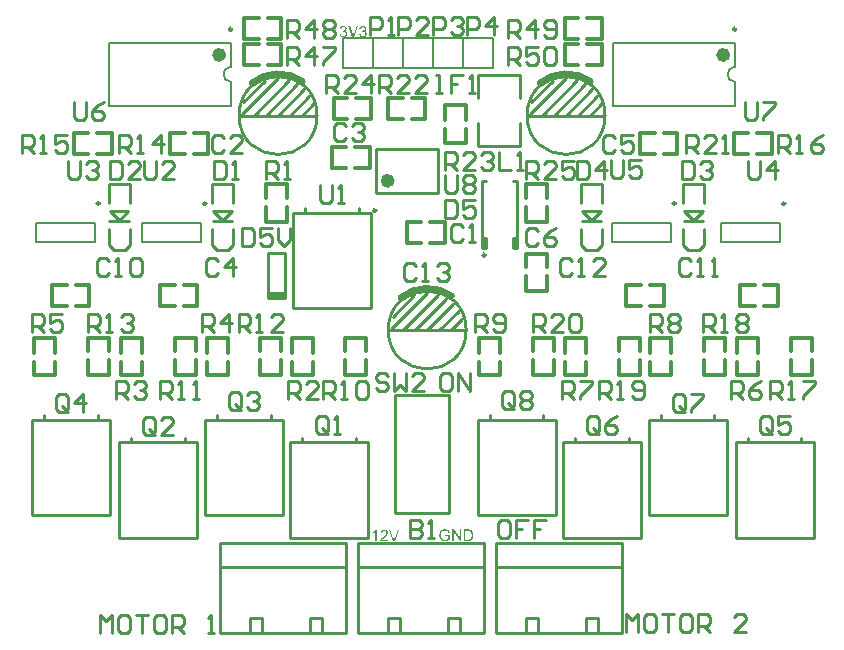
<source format=gto>
G04*
G04 #@! TF.GenerationSoftware,Altium Limited,Altium Designer,18.1.4 (159)*
G04*
G04 Layer_Color=65535*
%FSLAX24Y24*%
%MOIN*%
G70*
G01*
G75*
%ADD10C,0.0100*%
%ADD11C,0.0198*%
%ADD12C,0.0236*%
%ADD13C,0.0098*%
%ADD14C,0.0079*%
%ADD15C,0.0120*%
%ADD16C,0.0098*%
G36*
X-1962Y20342D02*
X-1955Y20341D01*
X-1946Y20339D01*
X-1936Y20336D01*
X-1926Y20333D01*
X-1916Y20329D01*
X-1915D01*
X-1915Y20328D01*
X-1911Y20326D01*
X-1906Y20323D01*
X-1901Y20319D01*
X-1894Y20314D01*
X-1888Y20307D01*
X-1881Y20300D01*
X-1875Y20292D01*
X-1875Y20291D01*
X-1873Y20288D01*
X-1871Y20283D01*
X-1868Y20277D01*
X-1865Y20270D01*
X-1863Y20261D01*
X-1861Y20252D01*
X-1861Y20242D01*
Y20241D01*
Y20238D01*
X-1861Y20234D01*
X-1863Y20227D01*
X-1864Y20220D01*
X-1867Y20213D01*
X-1870Y20205D01*
X-1875Y20197D01*
X-1875Y20196D01*
X-1877Y20194D01*
X-1880Y20190D01*
X-1885Y20185D01*
X-1890Y20180D01*
X-1897Y20175D01*
X-1905Y20170D01*
X-1914Y20165D01*
X-1914D01*
X-1912Y20164D01*
X-1911Y20164D01*
X-1909Y20163D01*
X-1902Y20161D01*
X-1895Y20158D01*
X-1886Y20153D01*
X-1877Y20148D01*
X-1869Y20140D01*
X-1861Y20132D01*
X-1860Y20131D01*
X-1858Y20128D01*
X-1855Y20122D01*
X-1851Y20115D01*
X-1848Y20106D01*
X-1845Y20095D01*
X-1843Y20083D01*
X-1842Y20070D01*
Y20069D01*
Y20068D01*
Y20065D01*
X-1843Y20062D01*
X-1843Y20057D01*
X-1844Y20052D01*
X-1845Y20047D01*
X-1846Y20040D01*
X-1851Y20027D01*
X-1854Y20020D01*
X-1858Y20013D01*
X-1862Y20006D01*
X-1867Y19999D01*
X-1873Y19992D01*
X-1879Y19985D01*
X-1880Y19984D01*
X-1881Y19983D01*
X-1883Y19982D01*
X-1886Y19979D01*
X-1889Y19977D01*
X-1894Y19974D01*
X-1899Y19971D01*
X-1905Y19968D01*
X-1911Y19964D01*
X-1918Y19961D01*
X-1925Y19958D01*
X-1934Y19956D01*
X-1942Y19953D01*
X-1952Y19952D01*
X-1961Y19951D01*
X-1972Y19950D01*
X-1977D01*
X-1980Y19951D01*
X-1985Y19951D01*
X-1990Y19952D01*
X-1995Y19953D01*
X-2001Y19954D01*
X-2015Y19957D01*
X-2028Y19963D01*
X-2036Y19966D01*
X-2042Y19970D01*
X-2049Y19975D01*
X-2056Y19980D01*
X-2056Y19981D01*
X-2057Y19982D01*
X-2059Y19983D01*
X-2061Y19986D01*
X-2063Y19988D01*
X-2066Y19992D01*
X-2070Y19996D01*
X-2073Y20001D01*
X-2076Y20007D01*
X-2080Y20012D01*
X-2086Y20025D01*
X-2091Y20041D01*
X-2092Y20049D01*
X-2093Y20058D01*
X-2046Y20064D01*
Y20064D01*
X-2046Y20063D01*
X-2045Y20060D01*
X-2045Y20058D01*
X-2044Y20054D01*
X-2043Y20050D01*
X-2040Y20042D01*
X-2036Y20032D01*
X-2031Y20023D01*
X-2026Y20014D01*
X-2019Y20006D01*
X-2018Y20005D01*
X-2016Y20003D01*
X-2011Y20000D01*
X-2006Y19998D01*
X-1999Y19994D01*
X-1991Y19992D01*
X-1981Y19989D01*
X-1971Y19989D01*
X-1968D01*
X-1966Y19989D01*
X-1960Y19990D01*
X-1952Y19992D01*
X-1943Y19994D01*
X-1934Y19998D01*
X-1924Y20004D01*
X-1915Y20012D01*
X-1914Y20013D01*
X-1911Y20016D01*
X-1908Y20021D01*
X-1904Y20028D01*
X-1899Y20036D01*
X-1896Y20045D01*
X-1893Y20057D01*
X-1892Y20069D01*
Y20069D01*
Y20070D01*
Y20072D01*
X-1893Y20074D01*
X-1893Y20080D01*
X-1895Y20088D01*
X-1897Y20097D01*
X-1901Y20105D01*
X-1906Y20114D01*
X-1914Y20123D01*
X-1915Y20124D01*
X-1917Y20126D01*
X-1922Y20129D01*
X-1928Y20133D01*
X-1936Y20137D01*
X-1945Y20140D01*
X-1956Y20143D01*
X-1967Y20144D01*
X-1972D01*
X-1976Y20143D01*
X-1981Y20143D01*
X-1987Y20141D01*
X-1994Y20140D01*
X-2001Y20139D01*
X-1995Y20180D01*
X-1992D01*
X-1990Y20180D01*
X-1983D01*
X-1977Y20181D01*
X-1970Y20182D01*
X-1961Y20184D01*
X-1952Y20186D01*
X-1943Y20190D01*
X-1934Y20195D01*
X-1933D01*
X-1932Y20196D01*
X-1930Y20198D01*
X-1926Y20202D01*
X-1921Y20207D01*
X-1917Y20214D01*
X-1913Y20222D01*
X-1910Y20232D01*
X-1909Y20237D01*
Y20244D01*
Y20244D01*
Y20245D01*
Y20248D01*
X-1910Y20252D01*
X-1911Y20259D01*
X-1914Y20265D01*
X-1916Y20272D01*
X-1921Y20280D01*
X-1927Y20286D01*
X-1927Y20287D01*
X-1930Y20289D01*
X-1934Y20292D01*
X-1939Y20295D01*
X-1946Y20298D01*
X-1954Y20301D01*
X-1962Y20303D01*
X-1972Y20304D01*
X-1977D01*
X-1982Y20302D01*
X-1989Y20301D01*
X-1996Y20299D01*
X-2003Y20296D01*
X-2011Y20292D01*
X-2018Y20286D01*
X-2018Y20286D01*
X-2021Y20283D01*
X-2024Y20279D01*
X-2028Y20274D01*
X-2032Y20266D01*
X-2036Y20257D01*
X-2039Y20247D01*
X-2041Y20235D01*
X-2088Y20243D01*
Y20244D01*
X-2088Y20245D01*
X-2087Y20247D01*
X-2087Y20251D01*
X-2086Y20255D01*
X-2084Y20259D01*
X-2081Y20270D01*
X-2075Y20282D01*
X-2068Y20294D01*
X-2060Y20306D01*
X-2050Y20316D01*
X-2049Y20317D01*
X-2048Y20317D01*
X-2046Y20319D01*
X-2044Y20320D01*
X-2041Y20322D01*
X-2037Y20325D01*
X-2033Y20327D01*
X-2028Y20330D01*
X-2017Y20334D01*
X-2005Y20338D01*
X-1990Y20341D01*
X-1982Y20342D01*
X-1968D01*
X-1962Y20342D01*
D02*
G37*
G36*
X-2618D02*
X-2611Y20341D01*
X-2602Y20339D01*
X-2592Y20336D01*
X-2582Y20333D01*
X-2572Y20329D01*
X-2572D01*
X-2571Y20328D01*
X-2568Y20326D01*
X-2563Y20323D01*
X-2557Y20319D01*
X-2551Y20314D01*
X-2544Y20307D01*
X-2537Y20300D01*
X-2532Y20292D01*
X-2531Y20291D01*
X-2530Y20288D01*
X-2527Y20283D01*
X-2525Y20277D01*
X-2522Y20270D01*
X-2520Y20261D01*
X-2518Y20252D01*
X-2517Y20242D01*
Y20241D01*
Y20238D01*
X-2518Y20234D01*
X-2519Y20227D01*
X-2521Y20220D01*
X-2524Y20213D01*
X-2527Y20205D01*
X-2531Y20197D01*
X-2532Y20196D01*
X-2534Y20194D01*
X-2537Y20190D01*
X-2541Y20185D01*
X-2547Y20180D01*
X-2554Y20175D01*
X-2561Y20170D01*
X-2571Y20165D01*
X-2570D01*
X-2569Y20164D01*
X-2567Y20164D01*
X-2565Y20163D01*
X-2559Y20161D01*
X-2551Y20158D01*
X-2542Y20153D01*
X-2534Y20148D01*
X-2525Y20140D01*
X-2517Y20132D01*
X-2517Y20131D01*
X-2515Y20128D01*
X-2511Y20122D01*
X-2508Y20115D01*
X-2505Y20106D01*
X-2501Y20095D01*
X-2499Y20083D01*
X-2499Y20070D01*
Y20069D01*
Y20068D01*
Y20065D01*
X-2499Y20062D01*
X-2500Y20057D01*
X-2501Y20052D01*
X-2502Y20047D01*
X-2503Y20040D01*
X-2507Y20027D01*
X-2511Y20020D01*
X-2514Y20013D01*
X-2519Y20006D01*
X-2524Y19999D01*
X-2529Y19992D01*
X-2536Y19985D01*
X-2536Y19984D01*
X-2537Y19983D01*
X-2540Y19982D01*
X-2542Y19979D01*
X-2546Y19977D01*
X-2550Y19974D01*
X-2555Y19971D01*
X-2561Y19968D01*
X-2567Y19964D01*
X-2575Y19961D01*
X-2582Y19958D01*
X-2590Y19956D01*
X-2599Y19953D01*
X-2608Y19952D01*
X-2618Y19951D01*
X-2628Y19950D01*
X-2633D01*
X-2637Y19951D01*
X-2641Y19951D01*
X-2646Y19952D01*
X-2652Y19953D01*
X-2658Y19954D01*
X-2671Y19957D01*
X-2685Y19963D01*
X-2692Y19966D01*
X-2699Y19970D01*
X-2706Y19975D01*
X-2712Y19980D01*
X-2713Y19981D01*
X-2714Y19982D01*
X-2716Y19983D01*
X-2717Y19986D01*
X-2720Y19988D01*
X-2723Y19992D01*
X-2726Y19996D01*
X-2729Y20001D01*
X-2733Y20007D01*
X-2736Y20012D01*
X-2742Y20025D01*
X-2747Y20041D01*
X-2749Y20049D01*
X-2750Y20058D01*
X-2703Y20064D01*
Y20064D01*
X-2702Y20063D01*
X-2702Y20060D01*
X-2701Y20058D01*
X-2701Y20054D01*
X-2699Y20050D01*
X-2697Y20042D01*
X-2693Y20032D01*
X-2688Y20023D01*
X-2682Y20014D01*
X-2676Y20006D01*
X-2675Y20005D01*
X-2672Y20003D01*
X-2668Y20000D01*
X-2662Y19998D01*
X-2656Y19994D01*
X-2647Y19992D01*
X-2638Y19989D01*
X-2628Y19989D01*
X-2625D01*
X-2622Y19989D01*
X-2616Y19990D01*
X-2608Y19992D01*
X-2600Y19994D01*
X-2590Y19998D01*
X-2581Y20004D01*
X-2572Y20012D01*
X-2571Y20013D01*
X-2568Y20016D01*
X-2565Y20021D01*
X-2560Y20028D01*
X-2556Y20036D01*
X-2552Y20045D01*
X-2550Y20057D01*
X-2549Y20069D01*
Y20069D01*
Y20070D01*
Y20072D01*
X-2549Y20074D01*
X-2550Y20080D01*
X-2551Y20088D01*
X-2554Y20097D01*
X-2557Y20105D01*
X-2563Y20114D01*
X-2570Y20123D01*
X-2571Y20124D01*
X-2574Y20126D01*
X-2578Y20129D01*
X-2585Y20133D01*
X-2592Y20137D01*
X-2602Y20140D01*
X-2612Y20143D01*
X-2624Y20144D01*
X-2629D01*
X-2633Y20143D01*
X-2638Y20143D01*
X-2643Y20141D01*
X-2650Y20140D01*
X-2657Y20139D01*
X-2652Y20180D01*
X-2649D01*
X-2647Y20180D01*
X-2640D01*
X-2633Y20181D01*
X-2626Y20182D01*
X-2618Y20184D01*
X-2608Y20186D01*
X-2600Y20190D01*
X-2590Y20195D01*
X-2590D01*
X-2589Y20196D01*
X-2586Y20198D01*
X-2582Y20202D01*
X-2578Y20207D01*
X-2573Y20214D01*
X-2570Y20222D01*
X-2567Y20232D01*
X-2566Y20237D01*
Y20244D01*
Y20244D01*
Y20245D01*
Y20248D01*
X-2567Y20252D01*
X-2568Y20259D01*
X-2570Y20265D01*
X-2573Y20272D01*
X-2577Y20280D01*
X-2583Y20286D01*
X-2584Y20287D01*
X-2587Y20289D01*
X-2591Y20292D01*
X-2596Y20295D01*
X-2602Y20298D01*
X-2610Y20301D01*
X-2619Y20303D01*
X-2629Y20304D01*
X-2633D01*
X-2638Y20302D01*
X-2645Y20301D01*
X-2652Y20299D01*
X-2660Y20296D01*
X-2667Y20292D01*
X-2675Y20286D01*
X-2675Y20286D01*
X-2677Y20283D01*
X-2681Y20279D01*
X-2684Y20274D01*
X-2688Y20266D01*
X-2692Y20257D01*
X-2696Y20247D01*
X-2698Y20235D01*
X-2745Y20243D01*
Y20244D01*
X-2744Y20245D01*
X-2744Y20247D01*
X-2743Y20251D01*
X-2742Y20255D01*
X-2741Y20259D01*
X-2737Y20270D01*
X-2732Y20282D01*
X-2725Y20294D01*
X-2717Y20306D01*
X-2706Y20316D01*
X-2706Y20317D01*
X-2704Y20317D01*
X-2703Y20319D01*
X-2701Y20320D01*
X-2698Y20322D01*
X-2694Y20325D01*
X-2690Y20327D01*
X-2685Y20330D01*
X-2674Y20334D01*
X-2661Y20338D01*
X-2646Y20341D01*
X-2638Y20342D01*
X-2625D01*
X-2618Y20342D01*
D02*
G37*
G36*
X-2270Y19957D02*
X-2324D01*
X-2472Y20341D01*
X-2417D01*
X-2317Y20062D01*
Y20061D01*
X-2317Y20060D01*
X-2316Y20058D01*
X-2315Y20056D01*
X-2314Y20053D01*
X-2313Y20049D01*
X-2310Y20041D01*
X-2307Y20032D01*
X-2304Y20021D01*
X-2297Y19999D01*
Y19999D01*
X-2297Y20000D01*
X-2296Y20002D01*
X-2295Y20004D01*
X-2294Y20010D01*
X-2291Y20019D01*
X-2288Y20028D01*
X-2285Y20039D01*
X-2281Y20050D01*
X-2277Y20062D01*
X-2172Y20341D01*
X-2121D01*
X-2270Y19957D01*
D02*
G37*
G36*
X-907Y3163D02*
X-961D01*
X-1109Y3547D01*
X-1054D01*
X-954Y3267D01*
Y3267D01*
X-953Y3266D01*
X-953Y3264D01*
X-952Y3262D01*
X-951Y3259D01*
X-950Y3255D01*
X-947Y3247D01*
X-944Y3237D01*
X-941Y3227D01*
X-934Y3205D01*
Y3205D01*
X-933Y3206D01*
X-933Y3208D01*
X-932Y3210D01*
X-931Y3216D01*
X-928Y3225D01*
X-925Y3234D01*
X-922Y3245D01*
X-918Y3256D01*
X-913Y3267D01*
X-809Y3547D01*
X-758D01*
X-907Y3163D01*
D02*
G37*
G36*
X-1251Y3548D02*
X-1247Y3547D01*
X-1241Y3547D01*
X-1235Y3545D01*
X-1229Y3544D01*
X-1214Y3540D01*
X-1200Y3535D01*
X-1193Y3532D01*
X-1185Y3528D01*
X-1179Y3523D01*
X-1173Y3517D01*
X-1172Y3517D01*
X-1171Y3516D01*
X-1170Y3514D01*
X-1168Y3512D01*
X-1165Y3509D01*
X-1162Y3505D01*
X-1159Y3501D01*
X-1156Y3496D01*
X-1150Y3486D01*
X-1145Y3472D01*
X-1143Y3466D01*
X-1142Y3458D01*
X-1141Y3450D01*
X-1140Y3442D01*
Y3441D01*
Y3438D01*
X-1141Y3433D01*
X-1141Y3427D01*
X-1142Y3421D01*
X-1144Y3413D01*
X-1147Y3405D01*
X-1150Y3396D01*
X-1150Y3395D01*
X-1152Y3392D01*
X-1154Y3388D01*
X-1157Y3382D01*
X-1162Y3375D01*
X-1167Y3367D01*
X-1174Y3358D01*
X-1182Y3349D01*
X-1183Y3348D01*
X-1185Y3345D01*
X-1188Y3342D01*
X-1191Y3339D01*
X-1194Y3336D01*
X-1199Y3331D01*
X-1203Y3327D01*
X-1209Y3322D01*
X-1214Y3316D01*
X-1221Y3310D01*
X-1228Y3304D01*
X-1236Y3297D01*
X-1245Y3290D01*
X-1254Y3282D01*
X-1254Y3281D01*
X-1255Y3280D01*
X-1258Y3279D01*
X-1260Y3276D01*
X-1264Y3273D01*
X-1268Y3270D01*
X-1276Y3262D01*
X-1286Y3254D01*
X-1295Y3246D01*
X-1303Y3239D01*
X-1306Y3236D01*
X-1309Y3233D01*
X-1309Y3232D01*
X-1311Y3231D01*
X-1313Y3229D01*
X-1316Y3225D01*
X-1319Y3221D01*
X-1322Y3217D01*
X-1329Y3208D01*
X-1139D01*
Y3163D01*
X-1394D01*
Y3163D01*
Y3165D01*
Y3169D01*
X-1394Y3173D01*
X-1393Y3178D01*
X-1392Y3184D01*
X-1391Y3189D01*
X-1389Y3195D01*
Y3196D01*
X-1388Y3196D01*
X-1387Y3200D01*
X-1385Y3205D01*
X-1381Y3211D01*
X-1377Y3219D01*
X-1371Y3228D01*
X-1365Y3237D01*
X-1357Y3246D01*
Y3247D01*
X-1356Y3247D01*
X-1354Y3251D01*
X-1349Y3256D01*
X-1341Y3263D01*
X-1333Y3271D01*
X-1323Y3281D01*
X-1310Y3292D01*
X-1296Y3304D01*
X-1295Y3305D01*
X-1293Y3306D01*
X-1290Y3309D01*
X-1286Y3312D01*
X-1281Y3317D01*
X-1275Y3322D01*
X-1269Y3327D01*
X-1261Y3333D01*
X-1248Y3347D01*
X-1234Y3360D01*
X-1227Y3367D01*
X-1221Y3373D01*
X-1215Y3380D01*
X-1211Y3386D01*
Y3386D01*
X-1210Y3387D01*
X-1209Y3388D01*
X-1208Y3391D01*
X-1204Y3397D01*
X-1199Y3404D01*
X-1195Y3413D01*
X-1192Y3422D01*
X-1189Y3433D01*
X-1188Y3443D01*
Y3443D01*
Y3444D01*
X-1189Y3447D01*
X-1189Y3453D01*
X-1191Y3459D01*
X-1193Y3467D01*
X-1197Y3474D01*
X-1202Y3482D01*
X-1209Y3490D01*
X-1210Y3491D01*
X-1213Y3493D01*
X-1217Y3496D01*
X-1223Y3500D01*
X-1230Y3503D01*
X-1239Y3507D01*
X-1250Y3509D01*
X-1261Y3509D01*
X-1265D01*
X-1267Y3509D01*
X-1274Y3508D01*
X-1281Y3507D01*
X-1290Y3504D01*
X-1299Y3501D01*
X-1308Y3496D01*
X-1316Y3489D01*
X-1318Y3488D01*
X-1320Y3485D01*
X-1323Y3481D01*
X-1326Y3474D01*
X-1330Y3466D01*
X-1334Y3456D01*
X-1336Y3445D01*
X-1337Y3432D01*
X-1385Y3437D01*
Y3438D01*
X-1385Y3439D01*
Y3442D01*
X-1384Y3446D01*
X-1383Y3451D01*
X-1382Y3456D01*
X-1380Y3462D01*
X-1379Y3468D01*
X-1374Y3481D01*
X-1367Y3494D01*
X-1364Y3501D01*
X-1359Y3508D01*
X-1354Y3514D01*
X-1348Y3519D01*
X-1348Y3520D01*
X-1346Y3521D01*
X-1345Y3522D01*
X-1342Y3524D01*
X-1339Y3526D01*
X-1335Y3528D01*
X-1330Y3531D01*
X-1325Y3534D01*
X-1319Y3537D01*
X-1312Y3539D01*
X-1305Y3542D01*
X-1297Y3544D01*
X-1289Y3545D01*
X-1280Y3547D01*
X-1270Y3548D01*
X-1260Y3548D01*
X-1255D01*
X-1251Y3548D01*
D02*
G37*
G36*
X-1508Y3163D02*
X-1556D01*
Y3463D01*
X-1556Y3462D01*
X-1559Y3460D01*
X-1562Y3457D01*
X-1568Y3453D01*
X-1574Y3448D01*
X-1582Y3442D01*
X-1591Y3436D01*
X-1601Y3430D01*
X-1601D01*
X-1602Y3429D01*
X-1605Y3427D01*
X-1611Y3424D01*
X-1617Y3421D01*
X-1625Y3417D01*
X-1633Y3413D01*
X-1642Y3410D01*
X-1650Y3406D01*
Y3452D01*
X-1649D01*
X-1648Y3453D01*
X-1646Y3453D01*
X-1643Y3455D01*
X-1640Y3457D01*
X-1636Y3459D01*
X-1627Y3464D01*
X-1616Y3471D01*
X-1604Y3478D01*
X-1593Y3487D01*
X-1581Y3497D01*
X-1581Y3497D01*
X-1580Y3498D01*
X-1578Y3499D01*
X-1576Y3501D01*
X-1571Y3507D01*
X-1565Y3513D01*
X-1558Y3521D01*
X-1551Y3530D01*
X-1545Y3539D01*
X-1539Y3548D01*
X-1508D01*
Y3163D01*
D02*
G37*
G36*
X773Y3559D02*
X778D01*
X788Y3558D01*
X800Y3557D01*
X812Y3554D01*
X826Y3550D01*
X838Y3546D01*
X839D01*
X840Y3545D01*
X842Y3545D01*
X844Y3544D01*
X850Y3540D01*
X858Y3537D01*
X866Y3531D01*
X875Y3524D01*
X883Y3517D01*
X891Y3508D01*
X892Y3507D01*
X894Y3504D01*
X898Y3499D01*
X902Y3492D01*
X907Y3483D01*
X912Y3472D01*
X917Y3459D01*
X921Y3446D01*
X874Y3433D01*
Y3434D01*
X874Y3434D01*
X873Y3436D01*
X873Y3438D01*
X871Y3443D01*
X869Y3450D01*
X866Y3458D01*
X862Y3465D01*
X858Y3473D01*
X853Y3479D01*
X852Y3480D01*
X851Y3482D01*
X847Y3485D01*
X843Y3489D01*
X838Y3493D01*
X832Y3498D01*
X825Y3502D01*
X816Y3506D01*
X815Y3507D01*
X812Y3508D01*
X807Y3509D01*
X801Y3512D01*
X793Y3513D01*
X784Y3515D01*
X774Y3516D01*
X763Y3517D01*
X757D01*
X755Y3516D01*
X751D01*
X743Y3516D01*
X733Y3514D01*
X723Y3512D01*
X713Y3509D01*
X703Y3506D01*
X702Y3505D01*
X699Y3504D01*
X694Y3501D01*
X689Y3498D01*
X682Y3494D01*
X675Y3489D01*
X668Y3484D01*
X662Y3478D01*
X661Y3477D01*
X659Y3475D01*
X656Y3471D01*
X653Y3467D01*
X649Y3461D01*
X645Y3454D01*
X641Y3447D01*
X637Y3439D01*
Y3439D01*
X637Y3438D01*
X636Y3436D01*
X635Y3433D01*
X634Y3430D01*
X633Y3426D01*
X631Y3422D01*
X630Y3417D01*
X627Y3405D01*
X625Y3392D01*
X624Y3378D01*
X623Y3362D01*
Y3362D01*
Y3360D01*
Y3357D01*
X624Y3354D01*
Y3350D01*
X624Y3344D01*
X625Y3338D01*
X625Y3332D01*
X627Y3318D01*
X630Y3304D01*
X635Y3290D01*
X640Y3276D01*
Y3275D01*
X641Y3274D01*
X642Y3272D01*
X644Y3270D01*
X647Y3264D01*
X654Y3256D01*
X661Y3248D01*
X670Y3240D01*
X680Y3232D01*
X692Y3225D01*
X692D01*
X694Y3224D01*
X695Y3223D01*
X698Y3222D01*
X701Y3221D01*
X705Y3220D01*
X714Y3216D01*
X725Y3214D01*
X737Y3211D01*
X750Y3209D01*
X764Y3208D01*
X770D01*
X773Y3209D01*
X776D01*
X785Y3210D01*
X795Y3211D01*
X805Y3213D01*
X817Y3216D01*
X828Y3220D01*
X829D01*
X830Y3221D01*
X831Y3221D01*
X833Y3222D01*
X839Y3225D01*
X846Y3229D01*
X854Y3232D01*
X862Y3237D01*
X870Y3242D01*
X877Y3247D01*
Y3320D01*
X763D01*
Y3365D01*
X927D01*
Y3222D01*
X926Y3222D01*
X925Y3221D01*
X923Y3220D01*
X920Y3217D01*
X917Y3215D01*
X913Y3212D01*
X908Y3209D01*
X903Y3206D01*
X891Y3199D01*
X878Y3191D01*
X864Y3184D01*
X849Y3178D01*
X848D01*
X847Y3177D01*
X845Y3176D01*
X842Y3175D01*
X838Y3174D01*
X834Y3173D01*
X829Y3171D01*
X824Y3170D01*
X812Y3168D01*
X798Y3165D01*
X783Y3163D01*
X767Y3163D01*
X762D01*
X758Y3163D01*
X753D01*
X747Y3164D01*
X740Y3165D01*
X733Y3165D01*
X717Y3169D01*
X700Y3173D01*
X682Y3179D01*
X673Y3182D01*
X664Y3186D01*
X664Y3187D01*
X662Y3188D01*
X660Y3189D01*
X656Y3191D01*
X652Y3194D01*
X649Y3196D01*
X638Y3204D01*
X627Y3214D01*
X615Y3226D01*
X604Y3240D01*
X594Y3256D01*
Y3257D01*
X593Y3259D01*
X592Y3261D01*
X590Y3265D01*
X589Y3269D01*
X587Y3274D01*
X585Y3280D01*
X583Y3286D01*
X580Y3294D01*
X578Y3302D01*
X576Y3310D01*
X575Y3319D01*
X572Y3338D01*
X571Y3359D01*
Y3360D01*
Y3362D01*
Y3365D01*
X571Y3368D01*
Y3373D01*
X572Y3380D01*
X573Y3386D01*
X574Y3393D01*
X575Y3401D01*
X576Y3409D01*
X581Y3427D01*
X586Y3445D01*
X594Y3463D01*
X595Y3464D01*
X595Y3466D01*
X596Y3468D01*
X599Y3471D01*
X601Y3476D01*
X604Y3480D01*
X611Y3491D01*
X621Y3503D01*
X632Y3514D01*
X646Y3526D01*
X654Y3531D01*
X661Y3536D01*
X662Y3537D01*
X664Y3537D01*
X666Y3538D01*
X669Y3540D01*
X674Y3542D01*
X679Y3544D01*
X684Y3546D01*
X691Y3548D01*
X698Y3550D01*
X706Y3552D01*
X714Y3554D01*
X723Y3556D01*
X742Y3559D01*
X752Y3560D01*
X770D01*
X773Y3559D01*
D02*
G37*
G36*
X1303Y3169D02*
X1251D01*
X1050Y3471D01*
Y3169D01*
X1001D01*
Y3553D01*
X1053D01*
X1255Y3251D01*
Y3553D01*
X1303D01*
Y3169D01*
D02*
G37*
G36*
X1547Y3553D02*
X1558Y3552D01*
X1569Y3551D01*
X1580Y3549D01*
X1589Y3548D01*
X1590D01*
X1591Y3547D01*
X1593D01*
X1595Y3546D01*
X1601Y3544D01*
X1609Y3542D01*
X1618Y3538D01*
X1627Y3533D01*
X1636Y3527D01*
X1645Y3520D01*
X1646Y3519D01*
X1646Y3519D01*
X1648Y3517D01*
X1650Y3516D01*
X1656Y3510D01*
X1663Y3502D01*
X1670Y3493D01*
X1678Y3482D01*
X1685Y3469D01*
X1691Y3454D01*
Y3454D01*
X1691Y3453D01*
X1693Y3451D01*
X1693Y3447D01*
X1695Y3443D01*
X1696Y3439D01*
X1697Y3434D01*
X1699Y3428D01*
X1700Y3422D01*
X1701Y3415D01*
X1704Y3399D01*
X1706Y3382D01*
X1706Y3363D01*
Y3362D01*
Y3361D01*
Y3358D01*
Y3356D01*
X1706Y3352D01*
Y3347D01*
X1705Y3337D01*
X1704Y3325D01*
X1702Y3312D01*
X1699Y3299D01*
X1696Y3285D01*
Y3285D01*
X1695Y3284D01*
X1695Y3282D01*
X1694Y3280D01*
X1692Y3274D01*
X1689Y3266D01*
X1685Y3257D01*
X1681Y3248D01*
X1675Y3239D01*
X1670Y3230D01*
X1669Y3229D01*
X1667Y3226D01*
X1664Y3222D01*
X1659Y3217D01*
X1654Y3211D01*
X1648Y3206D01*
X1642Y3200D01*
X1635Y3195D01*
X1634Y3194D01*
X1631Y3192D01*
X1628Y3190D01*
X1622Y3188D01*
X1615Y3184D01*
X1608Y3181D01*
X1599Y3178D01*
X1589Y3175D01*
X1588D01*
X1586Y3175D01*
X1584Y3174D01*
X1579Y3174D01*
X1571Y3173D01*
X1562Y3171D01*
X1552Y3170D01*
X1540Y3170D01*
X1527Y3169D01*
X1389D01*
Y3553D01*
X1537D01*
X1547Y3553D01*
D02*
G37*
%LPC*%
G36*
X1529Y3508D02*
X1440D01*
Y3215D01*
X1531D01*
X1535Y3215D01*
X1543Y3216D01*
X1553Y3216D01*
X1563Y3217D01*
X1573Y3219D01*
X1581Y3221D01*
X1582Y3222D01*
X1585Y3222D01*
X1589Y3224D01*
X1594Y3226D01*
X1599Y3230D01*
X1605Y3233D01*
X1610Y3237D01*
X1616Y3241D01*
X1617Y3242D01*
X1619Y3245D01*
X1622Y3249D01*
X1626Y3254D01*
X1630Y3261D01*
X1635Y3270D01*
X1640Y3279D01*
X1644Y3290D01*
Y3290D01*
X1644Y3291D01*
X1645Y3293D01*
X1645Y3295D01*
X1646Y3298D01*
X1647Y3302D01*
X1648Y3306D01*
X1649Y3310D01*
X1651Y3321D01*
X1653Y3334D01*
X1654Y3348D01*
X1654Y3364D01*
Y3365D01*
Y3367D01*
Y3370D01*
X1654Y3374D01*
Y3379D01*
X1653Y3385D01*
X1653Y3391D01*
X1652Y3398D01*
X1649Y3413D01*
X1646Y3428D01*
X1641Y3443D01*
X1638Y3450D01*
X1634Y3456D01*
Y3457D01*
X1633Y3458D01*
X1632Y3459D01*
X1631Y3462D01*
X1626Y3467D01*
X1621Y3474D01*
X1614Y3481D01*
X1605Y3488D01*
X1596Y3494D01*
X1586Y3499D01*
X1585Y3500D01*
X1582Y3501D01*
X1577Y3502D01*
X1570Y3504D01*
X1561Y3505D01*
X1550Y3507D01*
X1543Y3507D01*
X1536D01*
X1529Y3508D01*
D02*
G37*
%LPD*%
D10*
X1470Y10200D02*
G03*
X1470Y10200I-1299J0D01*
G01*
X2116Y12692D02*
G03*
X2116Y12692I-50J0D01*
G01*
X-1533Y14181D02*
G03*
X-1533Y14181I-50J0D01*
G01*
X-3501Y17350D02*
G03*
X-3501Y17350I-1299J0D01*
G01*
X6099D02*
G03*
X6099Y17350I-1299J0D01*
G01*
X-984Y10645D02*
X-274Y11355D01*
X-1029Y10240D02*
X171Y11440D01*
X-1029Y10200D02*
Y10240D01*
X-629Y10200D02*
X546Y11375D01*
X-229Y10200D02*
X806Y11235D01*
X171Y10200D02*
X1041Y11070D01*
X571Y10200D02*
X1216Y10845D01*
X971Y10200D02*
X1346Y10575D01*
X-1069Y10200D02*
X1411D01*
X5338Y14164D02*
X5642Y13860D01*
X5338Y14164D02*
X5955D01*
X5635Y13844D02*
X5955Y14164D01*
X6000Y14425D02*
Y15075D01*
X5300Y14425D02*
Y15075D01*
X6000D01*
X5319Y13844D02*
X5967D01*
X5300Y13050D02*
X5470Y12880D01*
X5300Y13050D02*
Y13575D01*
X6000Y13050D02*
Y13575D01*
X5830Y12880D02*
X6000Y13050D01*
X5470Y12880D02*
X5830D01*
X1987Y12948D02*
X2125D01*
X1987D02*
Y15152D01*
X2125D01*
X3030Y12948D02*
X3168D01*
Y15152D01*
X3030D02*
X3168D01*
X1987Y13026D02*
X2125D01*
X1987Y13105D02*
X2125D01*
X1987Y13184D02*
X2125D01*
X1987Y13263D02*
X2125D01*
Y12948D02*
Y13263D01*
X3030Y13026D02*
X3168D01*
X3030Y13105D02*
X3168D01*
X3030Y13184D02*
X3168D01*
X3030Y13263D02*
X3168D01*
X3030Y12948D02*
Y13263D01*
X-5127Y11264D02*
X-4576D01*
X-5127Y11343D02*
X-4576D01*
X-5127Y12760D02*
X-4576D01*
Y11264D02*
Y12760D01*
X-5127Y11264D02*
Y12760D01*
Y11421D02*
X-4576D01*
X1850Y18700D02*
X3250D01*
X1850Y16350D02*
X3250D01*
X1850Y17950D02*
Y18700D01*
X3250Y17950D02*
Y18700D01*
Y16350D02*
Y17100D01*
X1850Y16350D02*
Y17100D01*
X3850Y100D02*
Y600D01*
X3450D02*
X3850D01*
X3450Y100D02*
Y600D01*
X2450Y2300D02*
X6650D01*
X2450Y100D02*
X6650D01*
Y3100D01*
X2450D02*
X6650D01*
X2450Y100D02*
Y3100D01*
X5450Y100D02*
Y600D01*
X5850D01*
Y100D02*
Y600D01*
X543Y14783D02*
Y16217D01*
X-1543D02*
X543D01*
X-1543Y14783D02*
Y16217D01*
Y14783D02*
X543D01*
X-10398Y4027D02*
Y7216D01*
X-12997Y4027D02*
X-10398D01*
X-12997D02*
Y7216D01*
X-10398D01*
X-10800D02*
Y7374D01*
X-12595Y7216D02*
Y7374D01*
X-5955Y17795D02*
X-5245Y18505D01*
X-6000Y17390D02*
X-4800Y18590D01*
X-6000Y17350D02*
Y17390D01*
X-5600Y17350D02*
X-4425Y18525D01*
X-5200Y17350D02*
X-4165Y18385D01*
X-4800Y17350D02*
X-3930Y18220D01*
X-4400Y17350D02*
X-3755Y17995D01*
X-4000Y17350D02*
X-3625Y17725D01*
X-6040Y17350D02*
X-3560D01*
X3645Y17795D02*
X4355Y18505D01*
X3600Y17390D02*
X4800Y18590D01*
X3600Y17350D02*
Y17390D01*
X4000Y17350D02*
X5175Y18525D01*
X4400Y17350D02*
X5435Y18385D01*
X4800Y17350D02*
X5670Y18220D01*
X5200Y17350D02*
X5845Y17995D01*
X5600Y17350D02*
X5975Y17725D01*
X3560Y17350D02*
X6040D01*
X-739Y100D02*
Y600D01*
X-1139D02*
X-739D01*
X-1139Y100D02*
Y600D01*
X-2139Y2300D02*
X2061D01*
X-2139Y100D02*
X2061D01*
Y3100D01*
X-2139D02*
X2061D01*
X-2139Y100D02*
Y3100D01*
X861Y100D02*
Y600D01*
X1261D01*
Y100D02*
Y600D01*
X-5328Y100D02*
Y600D01*
X-5728D02*
X-5328D01*
X-5728Y100D02*
Y600D01*
X-6728Y2300D02*
X-2528D01*
X-6728Y100D02*
X-2528D01*
Y3100D01*
X-6728D02*
X-2528D01*
X-6728Y100D02*
Y3100D01*
X-3728Y100D02*
Y600D01*
X-3328D01*
Y100D02*
Y600D01*
X-6962Y14164D02*
X-6658Y13860D01*
X-6962Y14164D02*
X-6345D01*
X-6665Y13844D02*
X-6345Y14164D01*
X-6300Y14425D02*
Y15075D01*
X-7000Y14425D02*
Y15075D01*
X-6300D01*
X-6981Y13844D02*
X-6333D01*
X-7000Y13050D02*
X-6830Y12880D01*
X-7000Y13050D02*
Y13575D01*
X-6300Y13050D02*
Y13575D01*
X-6470Y12880D02*
X-6300Y13050D01*
X-6830Y12880D02*
X-6470D01*
X-10412Y14164D02*
X-10108Y13860D01*
X-10412Y14164D02*
X-9795D01*
X-10115Y13844D02*
X-9795Y14164D01*
X-9750Y14425D02*
Y15075D01*
X-10450Y14425D02*
Y15075D01*
X-9750D01*
X-10431Y13844D02*
X-9783D01*
X-10450Y13050D02*
X-10280Y12880D01*
X-10450Y13050D02*
Y13575D01*
X-9750Y13050D02*
Y13575D01*
X-9920Y12880D02*
X-9750Y13050D01*
X-10280Y12880D02*
X-9920D01*
X8738Y14164D02*
X9042Y13860D01*
X8738Y14164D02*
X9355D01*
X9035Y13844D02*
X9355Y14164D01*
X9400Y14425D02*
Y15075D01*
X8700Y14425D02*
Y15075D01*
X9400D01*
X8719Y13844D02*
X9367D01*
X8700Y13050D02*
X8870Y12880D01*
X8700Y13050D02*
Y13575D01*
X9400Y13050D02*
Y13575D01*
X9230Y12880D02*
X9400Y13050D01*
X8870Y12880D02*
X9230D01*
X-1803Y3263D02*
Y6452D01*
X-4402Y3263D02*
X-1803D01*
X-4402D02*
Y6452D01*
X-1803D01*
X-2205D02*
Y6609D01*
X-4000Y6452D02*
Y6609D01*
X-9695Y6452D02*
Y6609D01*
X-7900Y6452D02*
Y6609D01*
X-10097Y6452D02*
X-7498D01*
X-10097Y3263D02*
Y6452D01*
Y3263D02*
X-7498D01*
Y6452D01*
X-4648Y4027D02*
Y7216D01*
X-7247Y4027D02*
X-4648D01*
X-7247D02*
Y7216D01*
X-4648D01*
X-5050D02*
Y7374D01*
X-6845Y7216D02*
Y7374D01*
X10850Y6452D02*
Y6609D01*
X12645Y6452D02*
Y6609D01*
X10448Y6452D02*
X13047D01*
X10448Y3263D02*
Y6452D01*
Y3263D02*
X13047D01*
Y6452D01*
X7297Y3263D02*
Y6452D01*
X4698Y3263D02*
X7297D01*
X4698D02*
Y6452D01*
X7297D01*
X6895D02*
Y6609D01*
X5100Y6452D02*
Y6609D01*
X7950Y7216D02*
Y7374D01*
X9745Y7216D02*
Y7374D01*
X7548Y7216D02*
X10147D01*
X7548Y4027D02*
Y7216D01*
Y4027D02*
X10147D01*
Y7216D01*
X4447Y4027D02*
Y7216D01*
X1848Y4027D02*
X4447D01*
X1848D02*
Y7216D01*
X4447D01*
X4045D02*
Y7374D01*
X2250Y7216D02*
Y7374D01*
X-3895Y14107D02*
Y14265D01*
X-2100Y14107D02*
Y14265D01*
X-4297Y14107D02*
X-1698D01*
X-4297Y10919D02*
Y14107D01*
Y10919D02*
X-1698D01*
Y14107D01*
X1500Y20050D02*
Y20650D01*
X1800D01*
X1900Y20550D01*
Y20350D01*
X1800Y20250D01*
X1500D01*
X2400Y20050D02*
Y20650D01*
X2100Y20350D01*
X2500D01*
X350Y20050D02*
Y20650D01*
X650D01*
X750Y20550D01*
Y20350D01*
X650Y20250D01*
X350D01*
X950Y20550D02*
X1050Y20650D01*
X1250D01*
X1350Y20550D01*
Y20450D01*
X1250Y20350D01*
X1150D01*
X1250D01*
X1350Y20250D01*
Y20150D01*
X1250Y20050D01*
X1050D01*
X950Y20150D01*
X-800Y20050D02*
Y20650D01*
X-500D01*
X-400Y20550D01*
Y20350D01*
X-500Y20250D01*
X-800D01*
X200Y20050D02*
X-200D01*
X200Y20450D01*
Y20550D01*
X100Y20650D01*
X-100D01*
X-200Y20550D01*
X-1750Y20050D02*
Y20650D01*
X-1450D01*
X-1350Y20550D01*
Y20350D01*
X-1450Y20250D01*
X-1750D01*
X-1150Y20050D02*
X-950D01*
X-1050D01*
Y20650D01*
X-1150Y20550D01*
X900Y8773D02*
X700D01*
X600Y8673D01*
Y8274D01*
X700Y8174D01*
X900D01*
X1000Y8274D01*
Y8673D01*
X900Y8773D01*
X1200Y8174D02*
Y8773D01*
X1600Y8174D01*
Y8773D01*
X2820Y3862D02*
X2620D01*
X2520Y3762D01*
Y3363D01*
X2620Y3263D01*
X2820D01*
X2920Y3363D01*
Y3762D01*
X2820Y3862D01*
X3520D02*
X3120D01*
Y3562D01*
X3320D01*
X3120D01*
Y3263D01*
X4120Y3862D02*
X3720D01*
Y3562D01*
X3920D01*
X3720D01*
Y3263D01*
X6300Y15851D02*
Y15351D01*
X6400Y15251D01*
X6600D01*
X6700Y15351D01*
Y15851D01*
X7300D02*
X6900D01*
Y15551D01*
X7100Y15651D01*
X7200D01*
X7300Y15551D01*
Y15351D01*
X7200Y15251D01*
X7000D01*
X6900Y15351D01*
X-11800Y7574D02*
Y7973D01*
X-11900Y8073D01*
X-12100D01*
X-12200Y7973D01*
Y7574D01*
X-12100Y7474D01*
X-11900D01*
X-12000Y7673D02*
X-11800Y7474D01*
X-11900D02*
X-11800Y7574D01*
X-11300Y7474D02*
Y8073D01*
X-11600Y7773D01*
X-11200D01*
X750Y15353D02*
Y14853D01*
X850Y14753D01*
X1050D01*
X1150Y14853D01*
Y15353D01*
X1350Y15253D02*
X1450Y15353D01*
X1650D01*
X1750Y15253D01*
Y15153D01*
X1650Y15053D01*
X1750Y14953D01*
Y14853D01*
X1650Y14753D01*
X1450D01*
X1350Y14853D01*
Y14953D01*
X1450Y15053D01*
X1350Y15153D01*
Y15253D01*
X1450Y15053D02*
X1650D01*
X10750Y17800D02*
Y17300D01*
X10850Y17200D01*
X11050D01*
X11150Y17300D01*
Y17800D01*
X11350D02*
X11750D01*
Y17700D01*
X11350Y17300D01*
Y17200D01*
X-11600Y17800D02*
Y17300D01*
X-11500Y17200D01*
X-11300D01*
X-11200Y17300D01*
Y17800D01*
X-10600D02*
X-10800Y17700D01*
X-11000Y17500D01*
Y17300D01*
X-10900Y17200D01*
X-10700D01*
X-10600Y17300D01*
Y17400D01*
X-10700Y17500D01*
X-11000D01*
X10850Y15850D02*
Y15350D01*
X10950Y15250D01*
X11150D01*
X11250Y15350D01*
Y15850D01*
X11750Y15250D02*
Y15850D01*
X11450Y15550D01*
X11850D01*
X-11811Y15850D02*
Y15350D01*
X-11711Y15250D01*
X-11511D01*
X-11411Y15350D01*
Y15850D01*
X-11211Y15750D02*
X-11111Y15850D01*
X-10911D01*
X-10811Y15750D01*
Y15650D01*
X-10911Y15550D01*
X-11011D01*
X-10911D01*
X-10811Y15450D01*
Y15350D01*
X-10911Y15250D01*
X-11111D01*
X-11211Y15350D01*
X-9280Y15850D02*
Y15350D01*
X-9181Y15250D01*
X-8981D01*
X-8881Y15350D01*
Y15850D01*
X-8281Y15250D02*
X-8681D01*
X-8281Y15650D01*
Y15750D01*
X-8381Y15850D01*
X-8581D01*
X-8681Y15750D01*
X-3395Y15043D02*
Y14543D01*
X-3295Y14443D01*
X-3095D01*
X-2995Y14543D01*
Y15043D01*
X-2795Y14443D02*
X-2596D01*
X-2695D01*
Y15043D01*
X-2795Y14943D01*
X-1133Y8673D02*
X-1233Y8773D01*
X-1433D01*
X-1533Y8673D01*
Y8573D01*
X-1433Y8473D01*
X-1233D01*
X-1133Y8373D01*
Y8274D01*
X-1233Y8174D01*
X-1433D01*
X-1533Y8274D01*
X-933Y8773D02*
Y8174D01*
X-733Y8373D01*
X-533Y8174D01*
Y8773D01*
X67Y8174D02*
X-333D01*
X67Y8573D01*
Y8673D01*
X-33Y8773D01*
X-233D01*
X-333Y8673D01*
X2850Y19050D02*
Y19650D01*
X3150D01*
X3250Y19550D01*
Y19350D01*
X3150Y19250D01*
X2850D01*
X3050D02*
X3250Y19050D01*
X3850Y19650D02*
X3450D01*
Y19350D01*
X3650Y19450D01*
X3750D01*
X3850Y19350D01*
Y19150D01*
X3750Y19050D01*
X3550D01*
X3450Y19150D01*
X4050Y19550D02*
X4150Y19650D01*
X4350D01*
X4450Y19550D01*
Y19150D01*
X4350Y19050D01*
X4150D01*
X4050Y19150D01*
Y19550D01*
X2850Y19927D02*
Y20527D01*
X3150D01*
X3250Y20427D01*
Y20227D01*
X3150Y20127D01*
X2850D01*
X3050D02*
X3250Y19927D01*
X3750D02*
Y20527D01*
X3450Y20227D01*
X3850D01*
X4050Y20027D02*
X4150Y19927D01*
X4350D01*
X4450Y20027D01*
Y20427D01*
X4350Y20527D01*
X4150D01*
X4050Y20427D01*
Y20327D01*
X4150Y20227D01*
X4450D01*
X-4500Y19927D02*
Y20527D01*
X-4200D01*
X-4100Y20427D01*
Y20227D01*
X-4200Y20127D01*
X-4500D01*
X-4300D02*
X-4100Y19927D01*
X-3600D02*
Y20527D01*
X-3900Y20227D01*
X-3500D01*
X-3300Y20427D02*
X-3200Y20527D01*
X-3000D01*
X-2900Y20427D01*
Y20327D01*
X-3000Y20227D01*
X-2900Y20127D01*
Y20027D01*
X-3000Y19927D01*
X-3200D01*
X-3300Y20027D01*
Y20127D01*
X-3200Y20227D01*
X-3300Y20327D01*
Y20427D01*
X-3200Y20227D02*
X-3000D01*
X-4500Y19050D02*
Y19650D01*
X-4200D01*
X-4100Y19550D01*
Y19350D01*
X-4200Y19250D01*
X-4500D01*
X-4300D02*
X-4100Y19050D01*
X-3600D02*
Y19650D01*
X-3900Y19350D01*
X-3500D01*
X-3300Y19650D02*
X-2900D01*
Y19550D01*
X-3300Y19150D01*
Y19050D01*
X3450Y15250D02*
Y15850D01*
X3750D01*
X3850Y15750D01*
Y15550D01*
X3750Y15450D01*
X3450D01*
X3650D02*
X3850Y15250D01*
X4450D02*
X4050D01*
X4450Y15650D01*
Y15750D01*
X4350Y15850D01*
X4150D01*
X4050Y15750D01*
X5049Y15850D02*
X4650D01*
Y15550D01*
X4850Y15650D01*
X4950D01*
X5049Y15550D01*
Y15350D01*
X4950Y15250D01*
X4750D01*
X4650Y15350D01*
X-3200Y18100D02*
Y18700D01*
X-2900D01*
X-2800Y18600D01*
Y18400D01*
X-2900Y18300D01*
X-3200D01*
X-3000D02*
X-2800Y18100D01*
X-2200D02*
X-2600D01*
X-2200Y18500D01*
Y18600D01*
X-2300Y18700D01*
X-2500D01*
X-2600Y18600D01*
X-1700Y18100D02*
Y18700D01*
X-2000Y18400D01*
X-1601D01*
X750Y15550D02*
Y16150D01*
X1050D01*
X1150Y16050D01*
Y15850D01*
X1050Y15750D01*
X750D01*
X950D02*
X1150Y15550D01*
X1750D02*
X1350D01*
X1750Y15950D01*
Y16050D01*
X1650Y16150D01*
X1450D01*
X1350Y16050D01*
X1950D02*
X2050Y16150D01*
X2250D01*
X2350Y16050D01*
Y15950D01*
X2250Y15850D01*
X2150D01*
X2250D01*
X2350Y15750D01*
Y15650D01*
X2250Y15550D01*
X2050D01*
X1950Y15650D01*
X-1450Y18100D02*
Y18700D01*
X-1150D01*
X-1050Y18600D01*
Y18400D01*
X-1150Y18300D01*
X-1450D01*
X-1250D02*
X-1050Y18100D01*
X-450D02*
X-850D01*
X-450Y18500D01*
Y18600D01*
X-550Y18700D01*
X-750D01*
X-850Y18600D01*
X149Y18100D02*
X-250D01*
X149Y18500D01*
Y18600D01*
X50Y18700D01*
X-150D01*
X-250Y18600D01*
X8800Y16105D02*
Y16705D01*
X9100D01*
X9200Y16605D01*
Y16405D01*
X9100Y16305D01*
X8800D01*
X9000D02*
X9200Y16105D01*
X9800D02*
X9400D01*
X9800Y16505D01*
Y16605D01*
X9700Y16705D01*
X9500D01*
X9400Y16605D01*
X10000Y16105D02*
X10200D01*
X10100D01*
Y16705D01*
X10000Y16605D01*
X3700Y10150D02*
Y10750D01*
X4000D01*
X4100Y10650D01*
Y10450D01*
X4000Y10350D01*
X3700D01*
X3900D02*
X4100Y10150D01*
X4700D02*
X4300D01*
X4700Y10550D01*
Y10650D01*
X4600Y10750D01*
X4400D01*
X4300Y10650D01*
X4900D02*
X5000Y10750D01*
X5200D01*
X5300Y10650D01*
Y10250D01*
X5200Y10150D01*
X5000D01*
X4900Y10250D01*
Y10650D01*
X5909Y7900D02*
Y8500D01*
X6209D01*
X6309Y8400D01*
Y8200D01*
X6209Y8100D01*
X5909D01*
X6109D02*
X6309Y7900D01*
X6509D02*
X6709D01*
X6609D01*
Y8500D01*
X6509Y8400D01*
X7009Y8000D02*
X7109Y7900D01*
X7309D01*
X7409Y8000D01*
Y8400D01*
X7309Y8500D01*
X7109D01*
X7009Y8400D01*
Y8300D01*
X7109Y8200D01*
X7409D01*
X9350Y10150D02*
Y10750D01*
X9650D01*
X9750Y10650D01*
Y10450D01*
X9650Y10350D01*
X9350D01*
X9550D02*
X9750Y10150D01*
X9950D02*
X10150D01*
X10050D01*
Y10750D01*
X9950Y10650D01*
X10450D02*
X10550Y10750D01*
X10750D01*
X10850Y10650D01*
Y10550D01*
X10750Y10450D01*
X10850Y10350D01*
Y10250D01*
X10750Y10150D01*
X10550D01*
X10450Y10250D01*
Y10350D01*
X10550Y10450D01*
X10450Y10550D01*
Y10650D01*
X10550Y10450D02*
X10750D01*
X11600Y7900D02*
Y8500D01*
X11900D01*
X12000Y8400D01*
Y8200D01*
X11900Y8100D01*
X11600D01*
X11800D02*
X12000Y7900D01*
X12200D02*
X12400D01*
X12300D01*
Y8500D01*
X12200Y8400D01*
X12700Y8500D02*
X13100D01*
Y8400D01*
X12700Y8000D01*
Y7900D01*
X11850Y16105D02*
Y16705D01*
X12150D01*
X12250Y16605D01*
Y16405D01*
X12150Y16305D01*
X11850D01*
X12050D02*
X12250Y16105D01*
X12450D02*
X12650D01*
X12550D01*
Y16705D01*
X12450Y16605D01*
X13350Y16705D02*
X13150Y16605D01*
X12950Y16405D01*
Y16205D01*
X13050Y16105D01*
X13250D01*
X13350Y16205D01*
Y16305D01*
X13250Y16405D01*
X12950D01*
X-13350Y16105D02*
Y16705D01*
X-13050D01*
X-12950Y16605D01*
Y16405D01*
X-13050Y16305D01*
X-13350D01*
X-13150D02*
X-12950Y16105D01*
X-12750D02*
X-12550D01*
X-12650D01*
Y16705D01*
X-12750Y16605D01*
X-11850Y16705D02*
X-12250D01*
Y16405D01*
X-12050Y16505D01*
X-11950D01*
X-11850Y16405D01*
Y16205D01*
X-11950Y16105D01*
X-12150D01*
X-12250Y16205D01*
X-10100Y16105D02*
Y16705D01*
X-9800D01*
X-9700Y16605D01*
Y16405D01*
X-9800Y16305D01*
X-10100D01*
X-9900D02*
X-9700Y16105D01*
X-9500D02*
X-9300D01*
X-9400D01*
Y16705D01*
X-9500Y16605D01*
X-8700Y16105D02*
Y16705D01*
X-9000Y16405D01*
X-8600D01*
X-11150Y10150D02*
Y10750D01*
X-10850D01*
X-10750Y10650D01*
Y10450D01*
X-10850Y10350D01*
X-11150D01*
X-10950D02*
X-10750Y10150D01*
X-10550D02*
X-10350D01*
X-10450D01*
Y10750D01*
X-10550Y10650D01*
X-10050D02*
X-9950Y10750D01*
X-9750D01*
X-9650Y10650D01*
Y10550D01*
X-9750Y10450D01*
X-9850D01*
X-9750D01*
X-9650Y10350D01*
Y10250D01*
X-9750Y10150D01*
X-9950D01*
X-10050Y10250D01*
X-6120Y10150D02*
Y10750D01*
X-5821D01*
X-5721Y10650D01*
Y10450D01*
X-5821Y10350D01*
X-6120D01*
X-5921D02*
X-5721Y10150D01*
X-5521D02*
X-5321D01*
X-5421D01*
Y10750D01*
X-5521Y10650D01*
X-4621Y10150D02*
X-5021D01*
X-4621Y10550D01*
Y10650D01*
X-4721Y10750D01*
X-4921D01*
X-5021Y10650D01*
X-8750Y7900D02*
Y8500D01*
X-8450D01*
X-8350Y8400D01*
Y8200D01*
X-8450Y8100D01*
X-8750D01*
X-8550D02*
X-8350Y7900D01*
X-8150D02*
X-7950D01*
X-8050D01*
Y8500D01*
X-8150Y8400D01*
X-7650Y7900D02*
X-7450D01*
X-7550D01*
Y8500D01*
X-7650Y8400D01*
X-3305Y7900D02*
Y8500D01*
X-3005D01*
X-2905Y8400D01*
Y8200D01*
X-3005Y8100D01*
X-3305D01*
X-3105D02*
X-2905Y7900D01*
X-2705D02*
X-2505D01*
X-2605D01*
Y8500D01*
X-2705Y8400D01*
X-2205D02*
X-2105Y8500D01*
X-1905D01*
X-1805Y8400D01*
Y8000D01*
X-1905Y7900D01*
X-2105D01*
X-2205Y8000D01*
Y8400D01*
X1750Y10150D02*
Y10750D01*
X2050D01*
X2150Y10650D01*
Y10450D01*
X2050Y10350D01*
X1750D01*
X1950D02*
X2150Y10150D01*
X2350Y10250D02*
X2450Y10150D01*
X2650D01*
X2750Y10250D01*
Y10650D01*
X2650Y10750D01*
X2450D01*
X2350Y10650D01*
Y10550D01*
X2450Y10450D01*
X2750D01*
X7600Y10150D02*
Y10750D01*
X7900D01*
X8000Y10650D01*
Y10450D01*
X7900Y10350D01*
X7600D01*
X7800D02*
X8000Y10150D01*
X8200Y10650D02*
X8300Y10750D01*
X8500D01*
X8600Y10650D01*
Y10550D01*
X8500Y10450D01*
X8600Y10350D01*
Y10250D01*
X8500Y10150D01*
X8300D01*
X8200Y10250D01*
Y10350D01*
X8300Y10450D01*
X8200Y10550D01*
Y10650D01*
X8300Y10450D02*
X8500D01*
X4650Y7900D02*
Y8500D01*
X4950D01*
X5050Y8400D01*
Y8200D01*
X4950Y8100D01*
X4650D01*
X4850D02*
X5050Y7900D01*
X5250Y8500D02*
X5650D01*
Y8400D01*
X5250Y8000D01*
Y7900D01*
X10300D02*
Y8500D01*
X10600D01*
X10700Y8400D01*
Y8200D01*
X10600Y8100D01*
X10300D01*
X10500D02*
X10700Y7900D01*
X11300Y8500D02*
X11100Y8400D01*
X10900Y8200D01*
Y8000D01*
X11000Y7900D01*
X11200D01*
X11300Y8000D01*
Y8100D01*
X11200Y8200D01*
X10900D01*
X-13000Y10150D02*
Y10750D01*
X-12700D01*
X-12600Y10650D01*
Y10450D01*
X-12700Y10350D01*
X-13000D01*
X-12800D02*
X-12600Y10150D01*
X-12000Y10750D02*
X-12400D01*
Y10450D01*
X-12200Y10550D01*
X-12100D01*
X-12000Y10450D01*
Y10250D01*
X-12100Y10150D01*
X-12300D01*
X-12400Y10250D01*
X-7350Y10150D02*
Y10750D01*
X-7051D01*
X-6951Y10650D01*
Y10450D01*
X-7051Y10350D01*
X-7350D01*
X-7151D02*
X-6951Y10150D01*
X-6451D02*
Y10750D01*
X-6751Y10450D01*
X-6351D01*
X-10200Y7900D02*
Y8500D01*
X-9900D01*
X-9800Y8400D01*
Y8200D01*
X-9900Y8100D01*
X-10200D01*
X-10000D02*
X-9800Y7900D01*
X-9600Y8400D02*
X-9500Y8500D01*
X-9300D01*
X-9200Y8400D01*
Y8300D01*
X-9300Y8200D01*
X-9400D01*
X-9300D01*
X-9200Y8100D01*
Y8000D01*
X-9300Y7900D01*
X-9500D01*
X-9600Y8000D01*
X-4476Y7900D02*
Y8500D01*
X-4176D01*
X-4076Y8400D01*
Y8200D01*
X-4176Y8100D01*
X-4476D01*
X-4276D02*
X-4076Y7900D01*
X-3477D02*
X-3877D01*
X-3477Y8300D01*
Y8400D01*
X-3577Y8500D01*
X-3777D01*
X-3877Y8400D01*
X-5200Y15250D02*
Y15850D01*
X-4900D01*
X-4800Y15750D01*
Y15550D01*
X-4900Y15450D01*
X-5200D01*
X-5000D02*
X-4800Y15250D01*
X-4600D02*
X-4400D01*
X-4500D01*
Y15850D01*
X-4600Y15750D01*
X3050Y7674D02*
Y8073D01*
X2950Y8173D01*
X2750D01*
X2650Y8073D01*
Y7674D01*
X2750Y7574D01*
X2950D01*
X2850Y7773D02*
X3050Y7574D01*
X2950D02*
X3050Y7674D01*
X3250Y8073D02*
X3350Y8173D01*
X3550D01*
X3650Y8073D01*
Y7973D01*
X3550Y7873D01*
X3650Y7773D01*
Y7674D01*
X3550Y7574D01*
X3350D01*
X3250Y7674D01*
Y7773D01*
X3350Y7873D01*
X3250Y7973D01*
Y8073D01*
X3350Y7873D02*
X3550D01*
X8750Y7574D02*
Y7973D01*
X8650Y8073D01*
X8450D01*
X8350Y7973D01*
Y7574D01*
X8450Y7474D01*
X8650D01*
X8550Y7673D02*
X8750Y7474D01*
X8650D02*
X8750Y7574D01*
X8950Y8073D02*
X9350D01*
Y7973D01*
X8950Y7574D01*
Y7474D01*
X5900Y6850D02*
Y7250D01*
X5800Y7350D01*
X5600D01*
X5500Y7250D01*
Y6850D01*
X5600Y6750D01*
X5800D01*
X5700Y6950D02*
X5900Y6750D01*
X5800D02*
X5900Y6850D01*
X6500Y7350D02*
X6300Y7250D01*
X6100Y7050D01*
Y6850D01*
X6200Y6750D01*
X6400D01*
X6500Y6850D01*
Y6950D01*
X6400Y7050D01*
X6100D01*
X11650Y6850D02*
Y7250D01*
X11550Y7350D01*
X11350D01*
X11250Y7250D01*
Y6850D01*
X11350Y6750D01*
X11550D01*
X11450Y6950D02*
X11650Y6750D01*
X11550D02*
X11650Y6850D01*
X12250Y7350D02*
X11850D01*
Y7050D01*
X12050Y7150D01*
X12150D01*
X12250Y7050D01*
Y6850D01*
X12150Y6750D01*
X11950D01*
X11850Y6850D01*
X-6050Y7617D02*
Y8017D01*
X-6150Y8117D01*
X-6350D01*
X-6450Y8017D01*
Y7617D01*
X-6350Y7517D01*
X-6150D01*
X-6250Y7717D02*
X-6050Y7517D01*
X-6150D02*
X-6050Y7617D01*
X-5850Y8017D02*
X-5750Y8117D01*
X-5550D01*
X-5450Y8017D01*
Y7917D01*
X-5550Y7817D01*
X-5650D01*
X-5550D01*
X-5450Y7717D01*
Y7617D01*
X-5550Y7517D01*
X-5750D01*
X-5850Y7617D01*
X-8900Y6800D02*
Y7200D01*
X-9000Y7300D01*
X-9200D01*
X-9300Y7200D01*
Y6800D01*
X-9200Y6700D01*
X-9000D01*
X-9100Y6900D02*
X-8900Y6700D01*
X-9000D02*
X-8900Y6800D01*
X-8300Y6700D02*
X-8700D01*
X-8300Y7100D01*
Y7200D01*
X-8400Y7300D01*
X-8600D01*
X-8700Y7200D01*
X-3150Y6850D02*
Y7250D01*
X-3250Y7350D01*
X-3450D01*
X-3550Y7250D01*
Y6850D01*
X-3450Y6750D01*
X-3250D01*
X-3350Y6950D02*
X-3150Y6750D01*
X-3250D02*
X-3150Y6850D01*
X-2950Y6750D02*
X-2750D01*
X-2850D01*
Y7350D01*
X-2950Y7250D01*
X6800Y150D02*
Y750D01*
X7000Y550D01*
X7200Y750D01*
Y150D01*
X7700Y750D02*
X7500D01*
X7400Y650D01*
Y250D01*
X7500Y150D01*
X7700D01*
X7800Y250D01*
Y650D01*
X7700Y750D01*
X8000D02*
X8400D01*
X8200D01*
Y150D01*
X8899Y750D02*
X8699D01*
X8599Y650D01*
Y250D01*
X8699Y150D01*
X8899D01*
X8999Y250D01*
Y650D01*
X8899Y750D01*
X9199Y150D02*
Y750D01*
X9499D01*
X9599Y650D01*
Y450D01*
X9499Y350D01*
X9199D01*
X9399D02*
X9599Y150D01*
X10799D02*
X10399D01*
X10799Y550D01*
Y650D01*
X10699Y750D01*
X10499D01*
X10399Y650D01*
X-10728Y100D02*
Y700D01*
X-10528Y500D01*
X-10328Y700D01*
Y100D01*
X-9828Y700D02*
X-10028D01*
X-10128Y600D01*
Y200D01*
X-10028Y100D01*
X-9828D01*
X-9728Y200D01*
Y600D01*
X-9828Y700D01*
X-9528D02*
X-9128D01*
X-9328D01*
Y100D01*
X-8628Y700D02*
X-8828D01*
X-8928Y600D01*
Y200D01*
X-8828Y100D01*
X-8628D01*
X-8528Y200D01*
Y600D01*
X-8628Y700D01*
X-8328Y100D02*
Y700D01*
X-8029D01*
X-7929Y600D01*
Y400D01*
X-8029Y300D01*
X-8328D01*
X-8128D02*
X-7929Y100D01*
X-7129D02*
X-6929D01*
X-7029D01*
Y700D01*
X-7129Y600D01*
X450Y18100D02*
X650D01*
X550D01*
Y18700D01*
X450D01*
X1350D02*
X950D01*
Y18400D01*
X1150D01*
X950D01*
Y18100D01*
X1550D02*
X1750D01*
X1650D01*
Y18700D01*
X1550Y18600D01*
X2550Y16150D02*
Y15550D01*
X2950D01*
X3150D02*
X3350D01*
X3250D01*
Y16150D01*
X3150Y16050D01*
X-6000Y13591D02*
Y12991D01*
X-5700D01*
X-5600Y13091D01*
Y13491D01*
X-5700Y13591D01*
X-6000D01*
X-5000D02*
X-5400D01*
Y13291D01*
X-5200Y13391D01*
X-5100D01*
X-5000Y13291D01*
Y13091D01*
X-5100Y12991D01*
X-5300D01*
X-5400Y13091D01*
X-4800Y13591D02*
Y13191D01*
X-4600Y12991D01*
X-4400Y13191D01*
Y13591D01*
X750Y14550D02*
Y13950D01*
X1050D01*
X1150Y14050D01*
Y14450D01*
X1050Y14550D01*
X750D01*
X1750D02*
X1350D01*
Y14250D01*
X1550Y14350D01*
X1650D01*
X1750Y14250D01*
Y14050D01*
X1650Y13950D01*
X1450D01*
X1350Y14050D01*
X5150Y15850D02*
Y15250D01*
X5450D01*
X5550Y15350D01*
Y15750D01*
X5450Y15850D01*
X5150D01*
X6050Y15250D02*
Y15850D01*
X5750Y15550D01*
X6150D01*
X8650Y15850D02*
Y15250D01*
X8950D01*
X9050Y15350D01*
Y15750D01*
X8950Y15850D01*
X8650D01*
X9250Y15750D02*
X9350Y15850D01*
X9550D01*
X9650Y15750D01*
Y15650D01*
X9550Y15550D01*
X9450D01*
X9550D01*
X9650Y15450D01*
Y15350D01*
X9550Y15250D01*
X9350D01*
X9250Y15350D01*
X-10412Y15850D02*
Y15250D01*
X-10112D01*
X-10012Y15350D01*
Y15750D01*
X-10112Y15850D01*
X-10412D01*
X-9412Y15250D02*
X-9812D01*
X-9412Y15650D01*
Y15750D01*
X-9512Y15850D01*
X-9712D01*
X-9812Y15750D01*
X-6950Y15850D02*
Y15250D01*
X-6650D01*
X-6550Y15350D01*
Y15750D01*
X-6650Y15850D01*
X-6950D01*
X-6350Y15250D02*
X-6150D01*
X-6250D01*
Y15850D01*
X-6350Y15750D01*
X-200Y12350D02*
X-300Y12450D01*
X-500D01*
X-600Y12350D01*
Y11950D01*
X-500Y11850D01*
X-300D01*
X-200Y11950D01*
X-0Y11850D02*
X200D01*
X100D01*
Y12450D01*
X-0Y12350D01*
X500D02*
X600Y12450D01*
X800D01*
X900Y12350D01*
Y12250D01*
X800Y12150D01*
X700D01*
X800D01*
X900Y12050D01*
Y11950D01*
X800Y11850D01*
X600D01*
X500Y11950D01*
X4981Y12492D02*
X4881Y12592D01*
X4681D01*
X4581Y12492D01*
Y12092D01*
X4681Y11992D01*
X4881D01*
X4981Y12092D01*
X5181Y11992D02*
X5381D01*
X5281D01*
Y12592D01*
X5181Y12492D01*
X6081Y11992D02*
X5681D01*
X6081Y12392D01*
Y12492D01*
X5981Y12592D01*
X5781D01*
X5681Y12492D01*
X8947D02*
X8847Y12592D01*
X8647D01*
X8547Y12492D01*
Y12092D01*
X8647Y11992D01*
X8847D01*
X8947Y12092D01*
X9147Y11992D02*
X9347D01*
X9247D01*
Y12592D01*
X9147Y12492D01*
X9647Y11992D02*
X9846D01*
X9746D01*
Y12592D01*
X9647Y12492D01*
X-10448D02*
X-10548Y12592D01*
X-10748D01*
X-10848Y12492D01*
Y12092D01*
X-10748Y11992D01*
X-10548D01*
X-10448Y12092D01*
X-10248Y11992D02*
X-10048D01*
X-10148D01*
Y12592D01*
X-10248Y12492D01*
X-9748D02*
X-9649Y12592D01*
X-9449D01*
X-9349Y12492D01*
Y12092D01*
X-9449Y11992D01*
X-9649D01*
X-9748Y12092D01*
Y12492D01*
X3850Y13491D02*
X3750Y13591D01*
X3550D01*
X3450Y13491D01*
Y13091D01*
X3550Y12991D01*
X3750D01*
X3850Y13091D01*
X4450Y13591D02*
X4250Y13491D01*
X4050Y13291D01*
Y13091D01*
X4150Y12991D01*
X4350D01*
X4450Y13091D01*
Y13191D01*
X4350Y13291D01*
X4050D01*
X6440Y16600D02*
X6340Y16700D01*
X6140D01*
X6040Y16600D01*
Y16200D01*
X6140Y16100D01*
X6340D01*
X6440Y16200D01*
X7040Y16700D02*
X6640D01*
Y16400D01*
X6840Y16500D01*
X6940D01*
X7040Y16400D01*
Y16200D01*
X6940Y16100D01*
X6740D01*
X6640Y16200D01*
X-6798Y12492D02*
X-6898Y12592D01*
X-7098D01*
X-7198Y12492D01*
Y12092D01*
X-7098Y11992D01*
X-6898D01*
X-6798Y12092D01*
X-6298Y11992D02*
Y12592D01*
X-6598Y12292D01*
X-6198D01*
X-2550Y17000D02*
X-2650Y17100D01*
X-2850D01*
X-2950Y17000D01*
Y16600D01*
X-2850Y16500D01*
X-2650D01*
X-2550Y16600D01*
X-2350Y17000D02*
X-2250Y17100D01*
X-2050D01*
X-1950Y17000D01*
Y16900D01*
X-2050Y16800D01*
X-2150D01*
X-2050D01*
X-1950Y16700D01*
Y16600D01*
X-2050Y16500D01*
X-2250D01*
X-2350Y16600D01*
X-6600Y16600D02*
X-6700Y16700D01*
X-6900D01*
X-7000Y16600D01*
Y16200D01*
X-6900Y16100D01*
X-6700D01*
X-6600Y16200D01*
X-6000Y16100D02*
X-6400D01*
X-6000Y16500D01*
Y16600D01*
X-6100Y16700D01*
X-6300D01*
X-6400Y16600D01*
X1350Y13646D02*
X1250Y13746D01*
X1050D01*
X950Y13646D01*
Y13247D01*
X1050Y13147D01*
X1250D01*
X1350Y13247D01*
X1550Y13147D02*
X1750D01*
X1650D01*
Y13746D01*
X1550Y13646D01*
X-400Y3862D02*
Y3263D01*
X-100D01*
X-0Y3363D01*
Y3462D01*
X-100Y3562D01*
X-400D01*
X-100D01*
X-0Y3662D01*
Y3762D01*
X-100Y3862D01*
X-400D01*
X200Y3263D02*
X400D01*
X300D01*
Y3862D01*
X200Y3762D01*
D11*
X996Y11335D02*
G03*
X-718Y11286I-826J-1135D01*
G01*
X-3974Y18485D02*
G03*
X-5689Y18436I-826J-1135D01*
G01*
X5626Y18485D02*
G03*
X3911Y18436I-826J-1135D01*
G01*
D12*
X10156Y19372D02*
G03*
X10156Y19372I-118J0D01*
G01*
X-1031Y15177D02*
G03*
X-1031Y15177I-118J0D01*
G01*
X-6648Y19372D02*
G03*
X-6648Y19372I-118J0D01*
G01*
D13*
X10465Y20223D02*
G03*
X10465Y20223I-49J0D01*
G01*
X8454Y14416D02*
G03*
X8454Y14416I-49J0D01*
G01*
X-7196D02*
G03*
X-7196Y14416I-49J0D01*
G01*
X-10746D02*
G03*
X-10746Y14416I-49J0D01*
G01*
X12104D02*
G03*
X12104Y14416I-49J0D01*
G01*
X-6339Y20223D02*
G03*
X-6339Y20223I-49J0D01*
G01*
D14*
X10432Y18973D02*
G03*
X10432Y18473I0J-250D01*
G01*
X-6372Y18973D02*
G03*
X-6372Y18473I0J-250D01*
G01*
X-2650Y19950D02*
X2350D01*
X-2650Y18950D02*
Y19950D01*
Y18950D02*
X2350D01*
Y19950D01*
X1350Y18950D02*
Y19950D01*
X350Y18950D02*
Y19950D01*
X-650Y18950D02*
Y19950D01*
X-1650Y18950D02*
Y19950D01*
X6377Y17679D02*
Y19766D01*
X10432Y17679D02*
Y18473D01*
Y18973D02*
Y19766D01*
X6377Y17679D02*
X10432D01*
X6377Y19766D02*
X10432D01*
X6316Y13767D02*
X8284D01*
X6316Y13137D02*
X8284D01*
Y13767D01*
X6316Y13137D02*
Y13767D01*
X-9334D02*
X-7366D01*
X-9334Y13137D02*
X-7366D01*
Y13767D01*
X-9334Y13137D02*
Y13767D01*
X-12884D02*
X-10916D01*
X-12884Y13137D02*
X-10916D01*
Y13767D01*
X-12884Y13137D02*
Y13767D01*
X9966D02*
X11934D01*
X9966Y13137D02*
X11934D01*
Y13767D01*
X9966Y13137D02*
Y13767D01*
X-10428Y17679D02*
Y19766D01*
X-6372Y17679D02*
Y18473D01*
Y18973D02*
Y19766D01*
X-10428Y17679D02*
X-6372D01*
X-10428Y19766D02*
X-6372D01*
D15*
X6000Y19050D02*
Y19750D01*
X4750Y19050D02*
Y19750D01*
X5500D02*
X6000D01*
X5500Y19050D02*
X6000D01*
X4750D02*
X5200D01*
X4750Y19750D02*
X5200D01*
X750Y13094D02*
Y13794D01*
X-500Y13094D02*
Y13794D01*
X250D02*
X750D01*
X250Y13094D02*
X750D01*
X-500D02*
X-50D01*
X-500Y13794D02*
X-50D01*
X-1750Y15600D02*
Y16300D01*
X-3000Y15600D02*
Y16300D01*
X-2250D02*
X-1750D01*
X-2250Y15600D02*
X-1750D01*
X-3000D02*
X-2550D01*
X-3000Y16300D02*
X-2550D01*
X-8753Y10992D02*
Y11692D01*
X-7503Y10992D02*
Y11692D01*
X-8753Y10992D02*
X-8253D01*
X-8753Y11692D02*
X-8253D01*
X-7953D02*
X-7503D01*
X-7953Y10992D02*
X-7503D01*
X3450Y11500D02*
X4150D01*
X3450Y12750D02*
X4150D01*
Y11500D02*
Y12000D01*
X3450Y11500D02*
Y12000D01*
Y12300D02*
Y12750D01*
X4150Y12300D02*
Y12750D01*
X-12353Y10992D02*
Y11692D01*
X-11103Y10992D02*
Y11692D01*
X-12353Y10992D02*
X-11853D01*
X-12353Y11692D02*
X-11853D01*
X-11553D02*
X-11103D01*
X-11553Y10992D02*
X-11103D01*
X10597D02*
Y11692D01*
X11847Y10992D02*
Y11692D01*
X10597Y10992D02*
X11097D01*
X10597Y11692D02*
X11097D01*
X11397D02*
X11847D01*
X11397Y10992D02*
X11847D01*
X6797D02*
Y11692D01*
X8047Y10992D02*
Y11692D01*
X6797Y10992D02*
X7297D01*
X6797Y11692D02*
X7297D01*
X7597D02*
X8047D01*
X7597Y10992D02*
X8047D01*
X-5202Y13815D02*
X-4502D01*
X-5202Y15065D02*
X-4502D01*
Y13815D02*
Y14315D01*
X-5202Y13815D02*
Y14315D01*
Y14615D02*
Y15065D01*
X-4502Y14615D02*
Y15065D01*
X-4324Y9950D02*
X-3624D01*
X-4324Y8700D02*
X-3624D01*
X-4324Y9450D02*
Y9950D01*
X-3624Y9450D02*
Y9950D01*
Y8700D02*
Y9150D01*
X-4324Y8700D02*
Y9150D01*
X-10050Y9950D02*
X-9350D01*
X-10050Y8700D02*
X-9350D01*
X-10050Y9450D02*
Y9950D01*
X-9350Y9450D02*
Y9950D01*
Y8700D02*
Y9150D01*
X-10050Y8700D02*
Y9150D01*
X-7180Y9950D02*
X-6480D01*
X-7180Y8700D02*
X-6480D01*
X-7180Y9450D02*
Y9950D01*
X-6480Y9450D02*
Y9950D01*
Y8700D02*
Y9150D01*
X-7180Y8700D02*
Y9150D01*
X-12945Y9950D02*
X-12245D01*
X-12945Y8700D02*
X-12245D01*
X-12945Y9450D02*
Y9950D01*
X-12245Y9450D02*
Y9950D01*
Y8700D02*
Y9150D01*
X-12945Y8700D02*
Y9150D01*
X10500Y9950D02*
X11200D01*
X10500Y8700D02*
X11200D01*
X10500Y9450D02*
Y9950D01*
X11200Y9450D02*
Y9950D01*
Y8700D02*
Y9150D01*
X10500Y8700D02*
Y9150D01*
X4750Y9950D02*
X5450D01*
X4750Y8700D02*
X5450D01*
X4750Y9450D02*
Y9950D01*
X5450Y9450D02*
Y9950D01*
Y8700D02*
Y9150D01*
X4750Y8700D02*
Y9150D01*
X7600Y9950D02*
X8300D01*
X7600Y8700D02*
X8300D01*
X7600Y9450D02*
Y9950D01*
X8300Y9450D02*
Y9950D01*
Y8700D02*
Y9150D01*
X7600Y8700D02*
Y9150D01*
X1900Y9950D02*
X2600D01*
X1900Y8700D02*
X2600D01*
X1900Y9450D02*
Y9950D01*
X2600Y9450D02*
Y9950D01*
Y8700D02*
Y9150D01*
X1900Y8700D02*
Y9150D01*
X-2555Y8700D02*
X-1855D01*
X-2555Y9950D02*
X-1855D01*
Y8700D02*
Y9200D01*
X-2555Y8700D02*
Y9200D01*
Y9500D02*
Y9950D01*
X-1855Y9500D02*
Y9950D01*
X-8250Y8700D02*
X-7550D01*
X-8250Y9950D02*
X-7550D01*
Y8700D02*
Y9200D01*
X-8250Y8700D02*
Y9200D01*
Y9500D02*
Y9950D01*
X-7550Y9500D02*
Y9950D01*
X-5400Y8700D02*
X-4700D01*
X-5400Y9950D02*
X-4700D01*
Y8700D02*
Y9200D01*
X-5400Y8700D02*
Y9200D01*
Y9500D02*
Y9950D01*
X-4700Y9500D02*
Y9950D01*
X-11146Y8700D02*
X-10446D01*
X-11146Y9950D02*
X-10446D01*
Y8700D02*
Y9200D01*
X-11146Y8700D02*
Y9200D01*
Y9500D02*
Y9950D01*
X-10446Y9500D02*
Y9950D01*
X-8400Y16060D02*
Y16760D01*
X-7150Y16060D02*
Y16760D01*
X-8400Y16060D02*
X-7900D01*
X-8400Y16760D02*
X-7900D01*
X-7600D02*
X-7150D01*
X-7600Y16060D02*
X-7150D01*
X-10350D02*
Y16760D01*
X-11600Y16060D02*
Y16760D01*
X-10850D02*
X-10350D01*
X-10850Y16060D02*
X-10350D01*
X-11600D02*
X-11150D01*
X-11600Y16760D02*
X-11150D01*
X11650Y16060D02*
Y16760D01*
X10400Y16060D02*
Y16760D01*
X11150D02*
X11650D01*
X11150Y16060D02*
X11650D01*
X10400D02*
X10850D01*
X10400Y16760D02*
X10850D01*
X12300Y8700D02*
X13000D01*
X12300Y9950D02*
X13000D01*
Y8700D02*
Y9200D01*
X12300Y8700D02*
Y9200D01*
Y9500D02*
Y9950D01*
X13000Y9500D02*
Y9950D01*
X9400Y8700D02*
X10100D01*
X9400Y9950D02*
X10100D01*
Y8700D02*
Y9200D01*
X9400Y8700D02*
Y9200D01*
Y9500D02*
Y9950D01*
X10100Y9500D02*
Y9950D01*
X6554Y8700D02*
X7254D01*
X6554Y9950D02*
X7254D01*
Y8700D02*
Y9200D01*
X6554Y8700D02*
Y9200D01*
Y9500D02*
Y9950D01*
X7254Y9500D02*
Y9950D01*
X3695Y8700D02*
X4395D01*
X3695Y9950D02*
X4395D01*
Y8700D02*
Y9200D01*
X3695Y8700D02*
Y9200D01*
Y9500D02*
Y9950D01*
X4395Y9500D02*
Y9950D01*
X7250Y16060D02*
Y16760D01*
X8500Y16060D02*
Y16760D01*
X7250Y16060D02*
X7750D01*
X7250Y16760D02*
X7750D01*
X8050D02*
X8500D01*
X8050Y16060D02*
X8500D01*
X-1150Y17229D02*
Y17929D01*
X100Y17229D02*
Y17929D01*
X-1150Y17229D02*
X-650D01*
X-1150Y17929D02*
X-650D01*
X-350D02*
X100D01*
X-350Y17229D02*
X100D01*
X750Y17700D02*
X1450D01*
X750Y16450D02*
X1450D01*
X750Y17200D02*
Y17700D01*
X1450Y17200D02*
Y17700D01*
Y16450D02*
Y16900D01*
X750Y16450D02*
Y16900D01*
X-1700Y17229D02*
Y17929D01*
X-2950Y17229D02*
Y17929D01*
X-2200D02*
X-1700D01*
X-2200Y17229D02*
X-1700D01*
X-2950D02*
X-2500D01*
X-2950Y17929D02*
X-2500D01*
X3450Y13815D02*
X4150D01*
X3450Y15065D02*
X4150D01*
Y13815D02*
Y14315D01*
X3450Y13815D02*
Y14315D01*
Y14615D02*
Y15065D01*
X4150Y14615D02*
Y15065D01*
X-5950Y19050D02*
Y19750D01*
X-4700Y19050D02*
Y19750D01*
X-5950Y19050D02*
X-5450D01*
X-5950Y19750D02*
X-5450D01*
X-5150D02*
X-4700D01*
X-5150Y19050D02*
X-4700D01*
X-5950Y19900D02*
Y20600D01*
X-4700Y19900D02*
Y20600D01*
X-5950Y19900D02*
X-5450D01*
X-5950Y20600D02*
X-5450D01*
X-5150D02*
X-4700D01*
X-5150Y19900D02*
X-4700D01*
X6000D02*
Y20600D01*
X4750Y19900D02*
Y20600D01*
X5500D02*
X6000D01*
X5500Y19900D02*
X6000D01*
X4750D02*
X5200D01*
X4750Y20600D02*
X5200D01*
D16*
X-900Y4107D02*
Y8044D01*
X900D01*
X-900Y4107D02*
X900D01*
Y8044D01*
M02*

</source>
